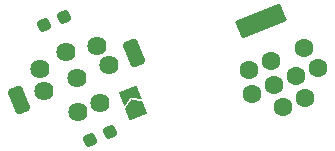
<source format=gbr>
G04 #@! TF.GenerationSoftware,KiCad,Pcbnew,(6.0.6-0)*
G04 #@! TF.CreationDate,2023-01-29T13:03:51-05:00*
G04 #@! TF.ProjectId,RGB Blaster 8DIN Adapter,52474220-426c-4617-9374-657220384449,1*
G04 #@! TF.SameCoordinates,Original*
G04 #@! TF.FileFunction,Soldermask,Bot*
G04 #@! TF.FilePolarity,Negative*
%FSLAX46Y46*%
G04 Gerber Fmt 4.6, Leading zero omitted, Abs format (unit mm)*
G04 Created by KiCad (PCBNEW (6.0.6-0)) date 2023-01-29 13:03:51*
%MOMM*%
%LPD*%
G01*
G04 APERTURE LIST*
G04 Aperture macros list*
%AMRoundRect*
0 Rectangle with rounded corners*
0 $1 Rounding radius*
0 $2 $3 $4 $5 $6 $7 $8 $9 X,Y pos of 4 corners*
0 Add a 4 corners polygon primitive as box body*
4,1,4,$2,$3,$4,$5,$6,$7,$8,$9,$2,$3,0*
0 Add four circle primitives for the rounded corners*
1,1,$1+$1,$2,$3*
1,1,$1+$1,$4,$5*
1,1,$1+$1,$6,$7*
1,1,$1+$1,$8,$9*
0 Add four rect primitives between the rounded corners*
20,1,$1+$1,$2,$3,$4,$5,0*
20,1,$1+$1,$4,$5,$6,$7,0*
20,1,$1+$1,$6,$7,$8,$9,0*
20,1,$1+$1,$8,$9,$2,$3,0*%
%AMFreePoly0*
4,1,16,0.535921,0.785921,0.542268,0.778179,1.042268,0.028179,1.049813,-0.009963,1.042268,-0.028179,0.542268,-0.778179,0.509963,-0.799813,0.500000,-0.800800,-0.500000,-0.800800,-0.535921,-0.785921,-0.550800,-0.750000,-0.550800,0.750000,-0.535920,0.785921,-0.500000,0.800800,0.500000,0.800800,0.535921,0.785921,0.535921,0.785921,$1*%
%AMFreePoly1*
4,1,16,0.535921,0.785921,0.550800,0.750000,0.550800,-0.750000,0.535920,-0.785921,0.500000,-0.800800,-0.650000,-0.800800,-0.685921,-0.785921,-0.700800,-0.750000,-0.692268,-0.721821,-0.211054,0.000000,-0.692268,0.721821,-0.699813,0.759963,-0.678179,0.792268,-0.649999,0.800800,0.500000,0.800800,0.535921,0.785921,0.535921,0.785921,$1*%
G04 Aperture macros list end*
%ADD10C,1.601600*%
%ADD11RoundRect,0.050800X-1.573413X-1.444601X2.135323X0.053825X1.573413X1.444601X-2.135323X-0.053825X0*%
%ADD12C,1.625600*%
%ADD13RoundRect,0.350800X-0.021530X0.854129X-0.577840X0.629365X0.021530X-0.854129X0.577840X-0.629365X0*%
%ADD14FreePoly0,112.000000*%
%ADD15FreePoly1,112.000000*%
%ADD16RoundRect,0.288300X0.142827X0.313858X-0.320765X0.126555X-0.142827X-0.313858X0.320765X-0.126555X0*%
G04 APERTURE END LIST*
D10*
X150381923Y-106377418D03*
X148527555Y-107126632D03*
X151487077Y-103773837D03*
X149632710Y-104523051D03*
X147778342Y-105272264D03*
X145923974Y-106021477D03*
X150274272Y-102106773D03*
X147492721Y-103230593D03*
X145638353Y-103979806D03*
D11*
X146662140Y-99866795D03*
D12*
X133003867Y-106744053D03*
X131149500Y-107493266D03*
X133839492Y-103526751D03*
X131076484Y-104643079D03*
D13*
X135886229Y-102559607D03*
X126178614Y-106481738D03*
D12*
X128322748Y-105755661D03*
X132766138Y-101911199D03*
X130199905Y-102473469D03*
X127972597Y-103847915D03*
D14*
X136129690Y-107420849D03*
D15*
X135586510Y-106076433D03*
D16*
X129980295Y-99520731D03*
X128288185Y-100204389D03*
X133918581Y-109242468D03*
X132226471Y-109926126D03*
M02*

</source>
